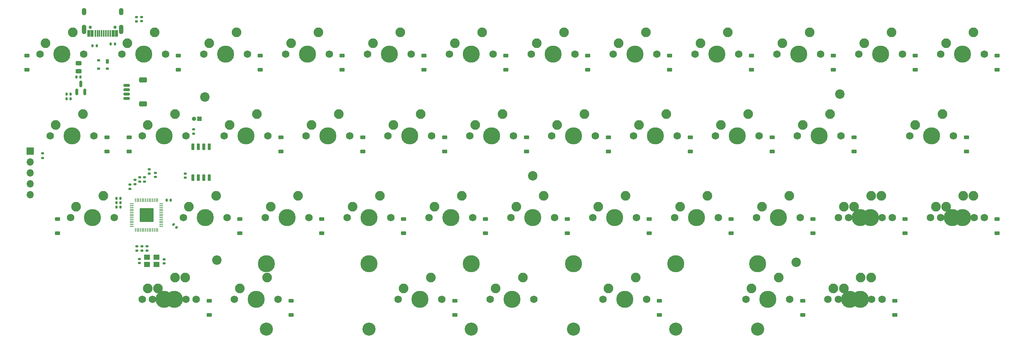
<source format=gbr>
%TF.GenerationSoftware,KiCad,Pcbnew,(7.0.0-0)*%
%TF.CreationDate,2023-04-18T09:58:13-04:00*%
%TF.ProjectId,pi0ii040,70693069-6930-4343-902e-6b696361645f,rev?*%
%TF.SameCoordinates,Original*%
%TF.FileFunction,Soldermask,Bot*%
%TF.FilePolarity,Negative*%
%FSLAX46Y46*%
G04 Gerber Fmt 4.6, Leading zero omitted, Abs format (unit mm)*
G04 Created by KiCad (PCBNEW (7.0.0-0)) date 2023-04-18 09:58:13*
%MOMM*%
%LPD*%
G01*
G04 APERTURE LIST*
G04 Aperture macros list*
%AMRoundRect*
0 Rectangle with rounded corners*
0 $1 Rounding radius*
0 $2 $3 $4 $5 $6 $7 $8 $9 X,Y pos of 4 corners*
0 Add a 4 corners polygon primitive as box body*
4,1,4,$2,$3,$4,$5,$6,$7,$8,$9,$2,$3,0*
0 Add four circle primitives for the rounded corners*
1,1,$1+$1,$2,$3*
1,1,$1+$1,$4,$5*
1,1,$1+$1,$6,$7*
1,1,$1+$1,$8,$9*
0 Add four rect primitives between the rounded corners*
20,1,$1+$1,$2,$3,$4,$5,0*
20,1,$1+$1,$4,$5,$6,$7,0*
20,1,$1+$1,$6,$7,$8,$9,0*
20,1,$1+$1,$8,$9,$2,$3,0*%
G04 Aperture macros list end*
%ADD10C,1.750000*%
%ADD11C,3.987800*%
%ADD12C,2.250000*%
%ADD13C,2.200000*%
%ADD14C,3.048000*%
%ADD15RoundRect,0.225000X0.375000X-0.225000X0.375000X0.225000X-0.375000X0.225000X-0.375000X-0.225000X0*%
%ADD16R,1.700000X1.700000*%
%ADD17O,1.700000X1.700000*%
%ADD18RoundRect,0.140000X0.170000X-0.140000X0.170000X0.140000X-0.170000X0.140000X-0.170000X-0.140000X0*%
%ADD19RoundRect,0.135000X-0.185000X0.135000X-0.185000X-0.135000X0.185000X-0.135000X0.185000X0.135000X0*%
%ADD20RoundRect,0.150000X0.150000X-0.587500X0.150000X0.587500X-0.150000X0.587500X-0.150000X-0.587500X0*%
%ADD21RoundRect,0.140000X0.140000X0.170000X-0.140000X0.170000X-0.140000X-0.170000X0.140000X-0.170000X0*%
%ADD22R,1.000000X1.000000*%
%ADD23O,1.000000X1.000000*%
%ADD24RoundRect,0.150000X-0.150000X0.650000X-0.150000X-0.650000X0.150000X-0.650000X0.150000X0.650000X0*%
%ADD25RoundRect,0.140000X-0.170000X0.140000X-0.170000X-0.140000X0.170000X-0.140000X0.170000X0.140000X0*%
%ADD26RoundRect,0.135000X0.135000X0.185000X-0.135000X0.185000X-0.135000X-0.185000X0.135000X-0.185000X0*%
%ADD27RoundRect,0.135000X-0.135000X-0.185000X0.135000X-0.185000X0.135000X0.185000X-0.135000X0.185000X0*%
%ADD28R,1.400000X1.200000*%
%ADD29RoundRect,0.135000X0.185000X-0.135000X0.185000X0.135000X-0.185000X0.135000X-0.185000X-0.135000X0*%
%ADD30RoundRect,0.050000X0.387500X0.050000X-0.387500X0.050000X-0.387500X-0.050000X0.387500X-0.050000X0*%
%ADD31RoundRect,0.050000X0.050000X0.387500X-0.050000X0.387500X-0.050000X-0.387500X0.050000X-0.387500X0*%
%ADD32RoundRect,0.144000X1.456000X1.456000X-1.456000X1.456000X-1.456000X-1.456000X1.456000X-1.456000X0*%
%ADD33R,0.700000X1.000000*%
%ADD34R,0.700000X0.600000*%
%ADD35RoundRect,0.140000X-0.219203X-0.021213X-0.021213X-0.219203X0.219203X0.021213X0.021213X0.219203X0*%
%ADD36RoundRect,0.150000X-0.625000X0.150000X-0.625000X-0.150000X0.625000X-0.150000X0.625000X0.150000X0*%
%ADD37RoundRect,0.250000X-0.650000X0.350000X-0.650000X-0.350000X0.650000X-0.350000X0.650000X0.350000X0*%
%ADD38C,0.750000*%
%ADD39RoundRect,0.050000X-0.300000X-0.725000X0.300000X-0.725000X0.300000X0.725000X-0.300000X0.725000X0*%
%ADD40RoundRect,0.050000X-0.150000X-0.725000X0.150000X-0.725000X0.150000X0.725000X-0.150000X0.725000X0*%
%ADD41O,1.100000X1.700000*%
%ADD42O,1.100000X2.200000*%
%ADD43RoundRect,0.243750X-0.456250X0.243750X-0.456250X-0.243750X0.456250X-0.243750X0.456250X0.243750X0*%
%ADD44RoundRect,0.140000X-0.140000X-0.170000X0.140000X-0.170000X0.140000X0.170000X-0.140000X0.170000X0*%
G04 APERTURE END LIST*
D10*
%TO.C,MX40*%
X216127500Y-122030625D03*
D11*
X221207500Y-122030625D03*
D10*
X226287500Y-122030625D03*
D12*
X217397500Y-119490625D03*
X223747500Y-116950625D03*
%TD*%
D13*
%TO.C,REF\u002A\u002A*%
X73961208Y-112870529D03*
%TD*%
D10*
%TO.C,MX27*%
X104208750Y-102980625D03*
D11*
X109288750Y-102980625D03*
D10*
X114368750Y-102980625D03*
D12*
X105478750Y-100440625D03*
X111828750Y-97900625D03*
%TD*%
D10*
%TO.C,MX35*%
X58965000Y-122030625D03*
D11*
X64045000Y-122030625D03*
D10*
X69125000Y-122030625D03*
D12*
X60235000Y-119490625D03*
X66585000Y-116950625D03*
%TD*%
D11*
%TO.C,MX38*%
X156913750Y-113775625D03*
D14*
X156913750Y-129015625D03*
D10*
X163740000Y-122030625D03*
D11*
X168820000Y-122030625D03*
D10*
X173900000Y-122030625D03*
D11*
X180726250Y-113775625D03*
D14*
X180726250Y-129015625D03*
D12*
X165010000Y-119490625D03*
X171360000Y-116950625D03*
%TD*%
D10*
%TO.C,MX39*%
X197077500Y-122030625D03*
D11*
X202157500Y-122030625D03*
D10*
X207237500Y-122030625D03*
D12*
X198347500Y-119490625D03*
X204697500Y-116950625D03*
%TD*%
D10*
%TO.C,MX18*%
X132783750Y-83930625D03*
D11*
X137863750Y-83930625D03*
D10*
X142943750Y-83930625D03*
D12*
X134053750Y-81390625D03*
X140403750Y-78850625D03*
%TD*%
D10*
%TO.C,MX15*%
X75633750Y-83930625D03*
D11*
X80713750Y-83930625D03*
D10*
X85793750Y-83930625D03*
D12*
X76903750Y-81390625D03*
X83253750Y-78850625D03*
%TD*%
D10*
%TO.C,MX23*%
X235177500Y-83930625D03*
D11*
X240257500Y-83930625D03*
D10*
X245337500Y-83930625D03*
D12*
X236447500Y-81390625D03*
X242797500Y-78850625D03*
%TD*%
D10*
%TO.C,MX35*%
X56583750Y-122030625D03*
D11*
X61663750Y-122030625D03*
D10*
X66743750Y-122030625D03*
D12*
X57853750Y-119490625D03*
X64203750Y-116950625D03*
%TD*%
D10*
%TO.C,MX2*%
X51821250Y-64880625D03*
D11*
X56901250Y-64880625D03*
D10*
X61981250Y-64880625D03*
D12*
X53091250Y-62340625D03*
X59441250Y-59800625D03*
%TD*%
D10*
%TO.C,MX9*%
X185171250Y-64880625D03*
D11*
X190251250Y-64880625D03*
D10*
X195331250Y-64880625D03*
D12*
X186441250Y-62340625D03*
X192791250Y-59800625D03*
%TD*%
D10*
%TO.C,MX33*%
X220890000Y-102980625D03*
D11*
X225970000Y-102980625D03*
D10*
X231050000Y-102980625D03*
D12*
X222160000Y-100440625D03*
X228510000Y-97900625D03*
%TD*%
D10*
%TO.C,MX19*%
X151833750Y-83930625D03*
D11*
X156913750Y-83930625D03*
D10*
X161993750Y-83930625D03*
D12*
X153103750Y-81390625D03*
X159453750Y-78850625D03*
%TD*%
D10*
%TO.C,MX29*%
X142308750Y-102980625D03*
D11*
X147388750Y-102980625D03*
D10*
X152468750Y-102980625D03*
D12*
X143578750Y-100440625D03*
X149928750Y-97900625D03*
%TD*%
D10*
%TO.C,MX7*%
X147071250Y-64880625D03*
D11*
X152151250Y-64880625D03*
D10*
X157231250Y-64880625D03*
D12*
X148341250Y-62340625D03*
X154691250Y-59800625D03*
%TD*%
D13*
%TO.C,REF\u002A\u002A*%
X147461208Y-93270529D03*
%TD*%
D10*
%TO.C,MX36*%
X78015000Y-122030625D03*
D11*
X83095000Y-122030625D03*
D10*
X88175000Y-122030625D03*
D12*
X79285000Y-119490625D03*
X85635000Y-116950625D03*
%TD*%
D13*
%TO.C,REF\u002A\u002A*%
X208761208Y-113370529D03*
%TD*%
D10*
%TO.C,MX12*%
X242321250Y-64880625D03*
D11*
X247401250Y-64880625D03*
D10*
X252481250Y-64880625D03*
D12*
X243591250Y-62340625D03*
X249941250Y-59800625D03*
%TD*%
D10*
%TO.C,MX16*%
X94683750Y-83930625D03*
D11*
X99763750Y-83930625D03*
D10*
X104843750Y-83930625D03*
D12*
X95953750Y-81390625D03*
X102303750Y-78850625D03*
%TD*%
D10*
%TO.C,MX34*%
X239940000Y-102980625D03*
D11*
X245020000Y-102980625D03*
D10*
X250100000Y-102980625D03*
D12*
X241210000Y-100440625D03*
X247560000Y-97900625D03*
%TD*%
D10*
%TO.C,MX21*%
X189933750Y-83930625D03*
D11*
X195013750Y-83930625D03*
D10*
X200093750Y-83930625D03*
D12*
X191203750Y-81390625D03*
X197553750Y-78850625D03*
%TD*%
D10*
%TO.C,MX4*%
X89921250Y-64880625D03*
D11*
X95001250Y-64880625D03*
D10*
X100081250Y-64880625D03*
D12*
X91191250Y-62340625D03*
X97541250Y-59800625D03*
%TD*%
D10*
%TO.C,MX34*%
X242321250Y-102980625D03*
D11*
X247401250Y-102980625D03*
D10*
X252481250Y-102980625D03*
D12*
X243591250Y-100440625D03*
X249941250Y-97900625D03*
%TD*%
D10*
%TO.C,MX17*%
X113733750Y-83930625D03*
D11*
X118813750Y-83930625D03*
D10*
X123893750Y-83930625D03*
D12*
X115003750Y-81390625D03*
X121353750Y-78850625D03*
%TD*%
D10*
%TO.C,MX13*%
X35152500Y-83930625D03*
D11*
X40232500Y-83930625D03*
D10*
X45312500Y-83930625D03*
D12*
X36422500Y-81390625D03*
X42772500Y-78850625D03*
%TD*%
D10*
%TO.C,MX20*%
X170883750Y-83930625D03*
D11*
X175963750Y-83930625D03*
D10*
X181043750Y-83930625D03*
D12*
X172153750Y-81390625D03*
X178503750Y-78850625D03*
%TD*%
D10*
%TO.C,MX28*%
X123258750Y-102980625D03*
D11*
X128338750Y-102980625D03*
D10*
X133418750Y-102980625D03*
D12*
X124528750Y-100440625D03*
X130878750Y-97900625D03*
%TD*%
D10*
%TO.C,MX25*%
X66108750Y-102980625D03*
D11*
X71188750Y-102980625D03*
D10*
X76268750Y-102980625D03*
D12*
X67378750Y-100440625D03*
X73728750Y-97900625D03*
%TD*%
D11*
%TO.C,MX37*%
X85476250Y-113775625D03*
D14*
X85476250Y-129015625D03*
D10*
X137546250Y-122030625D03*
D11*
X142626250Y-122030625D03*
D10*
X147706250Y-122030625D03*
D11*
X199776250Y-113775625D03*
D14*
X199776250Y-129015625D03*
D12*
X138816250Y-119490625D03*
X145166250Y-116950625D03*
%TD*%
D10*
%TO.C,MX6*%
X128021250Y-64880625D03*
D11*
X133101250Y-64880625D03*
D10*
X138181250Y-64880625D03*
D12*
X129291250Y-62340625D03*
X135641250Y-59800625D03*
%TD*%
D10*
%TO.C,MX30*%
X161358750Y-102980625D03*
D11*
X166438750Y-102980625D03*
D10*
X171518750Y-102980625D03*
D12*
X162628750Y-100440625D03*
X168978750Y-97900625D03*
%TD*%
D10*
%TO.C,MX40*%
X218508750Y-122030625D03*
D11*
X223588750Y-122030625D03*
D10*
X228668750Y-122030625D03*
D12*
X219778750Y-119490625D03*
X226128750Y-116950625D03*
%TD*%
D10*
%TO.C,MX3*%
X70871250Y-64880625D03*
D11*
X75951250Y-64880625D03*
D10*
X81031250Y-64880625D03*
D12*
X72141250Y-62340625D03*
X78491250Y-59800625D03*
%TD*%
D13*
%TO.C,REF\u002A\u002A*%
X218861208Y-74170529D03*
%TD*%
D10*
%TO.C,MX10*%
X204221250Y-64880625D03*
D11*
X209301250Y-64880625D03*
D10*
X214381250Y-64880625D03*
D12*
X205491250Y-62340625D03*
X211841250Y-59800625D03*
%TD*%
D10*
%TO.C,MX24*%
X39915000Y-102980625D03*
D11*
X44995000Y-102980625D03*
D10*
X50075000Y-102980625D03*
D12*
X41185000Y-100440625D03*
X47535000Y-97900625D03*
%TD*%
D10*
%TO.C,MX32*%
X199458750Y-102980625D03*
D11*
X204538750Y-102980625D03*
D10*
X209618750Y-102980625D03*
D12*
X200728750Y-100440625D03*
X207078750Y-97900625D03*
%TD*%
D10*
%TO.C,MX1*%
X32771250Y-64880625D03*
D11*
X37851250Y-64880625D03*
D10*
X42931250Y-64880625D03*
D12*
X34041250Y-62340625D03*
X40391250Y-59800625D03*
%TD*%
D10*
%TO.C,MX8*%
X166121250Y-64880625D03*
D11*
X171201250Y-64880625D03*
D10*
X176281250Y-64880625D03*
D12*
X167391250Y-62340625D03*
X173741250Y-59800625D03*
%TD*%
D10*
%TO.C,MX33*%
X218508750Y-102980625D03*
D11*
X223588750Y-102980625D03*
D10*
X228668750Y-102980625D03*
D12*
X219778750Y-100440625D03*
X226128750Y-97900625D03*
%TD*%
D10*
%TO.C,MX26*%
X85158750Y-102980625D03*
D11*
X90238750Y-102980625D03*
D10*
X95318750Y-102980625D03*
D12*
X86428750Y-100440625D03*
X92778750Y-97900625D03*
%TD*%
D10*
%TO.C,MX22*%
X208983750Y-83930625D03*
D11*
X214063750Y-83930625D03*
D10*
X219143750Y-83930625D03*
D12*
X210253750Y-81390625D03*
X216603750Y-78850625D03*
%TD*%
D11*
%TO.C,MX37*%
X109288750Y-113775625D03*
D14*
X109288750Y-129015625D03*
D10*
X116115000Y-122030625D03*
D11*
X121195000Y-122030625D03*
D10*
X126275000Y-122030625D03*
D11*
X133101250Y-113775625D03*
D14*
X133101250Y-129015625D03*
D12*
X117385000Y-119490625D03*
X123735000Y-116950625D03*
%TD*%
D10*
%TO.C,MX31*%
X180408750Y-102980625D03*
D11*
X185488750Y-102980625D03*
D10*
X190568750Y-102980625D03*
D12*
X181678750Y-100440625D03*
X188028750Y-97900625D03*
%TD*%
D10*
%TO.C,MX14*%
X56583750Y-83930625D03*
D11*
X61663750Y-83930625D03*
D10*
X66743750Y-83930625D03*
D12*
X57853750Y-81390625D03*
X64203750Y-78850625D03*
%TD*%
D10*
%TO.C,MX11*%
X223271250Y-64880625D03*
D11*
X228351250Y-64880625D03*
D10*
X233431250Y-64880625D03*
D12*
X224541250Y-62340625D03*
X230891250Y-59800625D03*
%TD*%
D10*
%TO.C,MX5*%
X108971250Y-64880625D03*
D11*
X114051250Y-64880625D03*
D10*
X119131250Y-64880625D03*
D12*
X110241250Y-62340625D03*
X116591250Y-59800625D03*
%TD*%
D13*
%TO.C,REF\u002A\u002A*%
X71161208Y-74870529D03*
%TD*%
D15*
%TO.C,D30*%
X174538750Y-106630625D03*
X174538750Y-103330625D03*
%TD*%
D16*
%TO.C,J2*%
X30499999Y-87524999D03*
D17*
X30499999Y-90064999D03*
X30499999Y-92604999D03*
X30499999Y-95144999D03*
X30499999Y-97684999D03*
%TD*%
D15*
%TO.C,D8*%
X179301250Y-68530625D03*
X179301250Y-65230625D03*
%TD*%
%TO.C,D37*%
X129295000Y-125680625D03*
X129295000Y-122380625D03*
%TD*%
D18*
%TO.C,C_3V-Decoup2*%
X53700000Y-96280000D03*
X53700000Y-95320000D03*
%TD*%
D15*
%TO.C,D14*%
X53563750Y-87580625D03*
X53563750Y-84280625D03*
%TD*%
%TO.C,D40*%
X231688750Y-125680625D03*
X231688750Y-122380625D03*
%TD*%
D19*
%TO.C,R_Shield1*%
X55250000Y-56220000D03*
X55250000Y-57240000D03*
%TD*%
D15*
%TO.C,D28*%
X136438750Y-106630625D03*
X136438750Y-103330625D03*
%TD*%
D20*
%TO.C,U4*%
X43220000Y-73725000D03*
X41320000Y-73725000D03*
X42270000Y-71850000D03*
%TD*%
D15*
%TO.C,D24*%
X36895000Y-106630625D03*
X36895000Y-103330625D03*
%TD*%
D18*
%TO.C,C_Crystal2*%
X55900000Y-113600000D03*
X55900000Y-112640000D03*
%TD*%
D21*
%TO.C,C_3V-Decoup5*%
X51500000Y-99500000D03*
X50540000Y-99500000D03*
%TD*%
D18*
%TO.C,C_1V-Decoup2*%
X59600000Y-93500000D03*
X59600000Y-92540000D03*
%TD*%
D15*
%TO.C,D29*%
X155488750Y-106630625D03*
X155488750Y-103330625D03*
%TD*%
%TO.C,D3*%
X84051250Y-68530625D03*
X84051250Y-65230625D03*
%TD*%
%TO.C,D4*%
X103101250Y-68530625D03*
X103101250Y-65230625D03*
%TD*%
%TO.C,D35*%
X72145000Y-125680625D03*
X72145000Y-122380625D03*
%TD*%
%TO.C,D20*%
X184063750Y-87580625D03*
X184063750Y-84280625D03*
%TD*%
%TO.C,D31*%
X193588750Y-106630625D03*
X193588750Y-103330625D03*
%TD*%
D22*
%TO.C,Reset*%
X69849999Y-79949999D03*
D23*
X68579999Y-79949999D03*
%TD*%
D24*
%TO.C,U2*%
X68390000Y-86500000D03*
X69660000Y-86500000D03*
X70930000Y-86500000D03*
X72200000Y-86500000D03*
X72200000Y-93700000D03*
X70930000Y-93700000D03*
X69660000Y-93700000D03*
X68390000Y-93700000D03*
%TD*%
D25*
%TO.C,C_3V-Decoup8*%
X56500000Y-109700000D03*
X56500000Y-110660000D03*
%TD*%
%TO.C,C_Crystal1*%
X61700000Y-112720000D03*
X61700000Y-113680000D03*
%TD*%
D26*
%TO.C,R_USB1*%
X46010000Y-62900000D03*
X44990000Y-62900000D03*
%TD*%
D15*
%TO.C,D19*%
X165013750Y-87580625D03*
X165013750Y-84280625D03*
%TD*%
D27*
%TO.C,R_USB2*%
X49190000Y-62500000D03*
X50210000Y-62500000D03*
%TD*%
D15*
%TO.C,D39*%
X210257500Y-125680625D03*
X210257500Y-122380625D03*
%TD*%
%TO.C,D17*%
X126913750Y-87580625D03*
X126913750Y-84280625D03*
%TD*%
%TO.C,D10*%
X217401250Y-68530625D03*
X217401250Y-65230625D03*
%TD*%
D28*
%TO.C,Y1*%
X57699999Y-112199999D03*
X59899999Y-112199999D03*
X59899999Y-113899999D03*
X57699999Y-113899999D03*
%TD*%
D15*
%TO.C,D2*%
X65001250Y-68530625D03*
X65001250Y-65230625D03*
%TD*%
D29*
%TO.C,R_RST1*%
X33350000Y-89060000D03*
X33350000Y-88040000D03*
%TD*%
D15*
%TO.C,D36*%
X91195000Y-125680625D03*
X91195000Y-122380625D03*
%TD*%
D21*
%TO.C,C_3V-Decoup1*%
X39930000Y-75270000D03*
X38970000Y-75270000D03*
%TD*%
D30*
%TO.C,U1*%
X61000000Y-99800000D03*
X61000000Y-100200000D03*
X61000000Y-100600000D03*
X61000000Y-101000000D03*
X61000000Y-101400000D03*
X61000000Y-101800000D03*
X61000000Y-102200000D03*
X61000000Y-102600000D03*
X61000000Y-103000000D03*
X61000000Y-103400000D03*
X61000000Y-103800000D03*
X61000000Y-104200000D03*
X61000000Y-104600000D03*
X61000000Y-105000000D03*
D31*
X60162500Y-105837500D03*
X59762500Y-105837500D03*
X59362500Y-105837500D03*
X58962500Y-105837500D03*
X58562500Y-105837500D03*
X58162500Y-105837500D03*
X57762500Y-105837500D03*
X57362500Y-105837500D03*
X56962500Y-105837500D03*
X56562500Y-105837500D03*
X56162500Y-105837500D03*
X55762500Y-105837500D03*
X55362500Y-105837500D03*
X54962500Y-105837500D03*
D30*
X54125000Y-105000000D03*
X54125000Y-104600000D03*
X54125000Y-104200000D03*
X54125000Y-103800000D03*
X54125000Y-103400000D03*
X54125000Y-103000000D03*
X54125000Y-102600000D03*
X54125000Y-102200000D03*
X54125000Y-101800000D03*
X54125000Y-101400000D03*
X54125000Y-101000000D03*
X54125000Y-100600000D03*
X54125000Y-100200000D03*
X54125000Y-99800000D03*
D31*
X54962500Y-98962500D03*
X55362500Y-98962500D03*
X55762500Y-98962500D03*
X56162500Y-98962500D03*
X56562500Y-98962500D03*
X56962500Y-98962500D03*
X57362500Y-98962500D03*
X57762500Y-98962500D03*
X58162500Y-98962500D03*
X58562500Y-98962500D03*
X58962500Y-98962500D03*
X59362500Y-98962500D03*
X59762500Y-98962500D03*
X60162500Y-98962500D03*
D32*
X57562500Y-102400000D03*
%TD*%
D33*
%TO.C,U3*%
X48449999Y-66549999D03*
D34*
X48449999Y-68249999D03*
X46449999Y-68249999D03*
X46449999Y-66349999D03*
%TD*%
D29*
%TO.C,R_Crystal1*%
X57700000Y-110700000D03*
X57700000Y-109680000D03*
%TD*%
D25*
%TO.C,C_1V-Decoup3*%
X55300000Y-109700000D03*
X55300000Y-110660000D03*
%TD*%
D19*
%TO.C,R_DATA1*%
X57100000Y-93580000D03*
X57100000Y-94600000D03*
%TD*%
D21*
%TO.C,C_3V-Decoup7*%
X51500000Y-98500000D03*
X50540000Y-98500000D03*
%TD*%
D15*
%TO.C,D1*%
X29751250Y-68530625D03*
X29751250Y-65230625D03*
%TD*%
%TO.C,D13*%
X48332500Y-87580625D03*
X48332500Y-84280625D03*
%TD*%
D18*
%TO.C,C_Shield1*%
X56400000Y-57200000D03*
X56400000Y-56240000D03*
%TD*%
D15*
%TO.C,D5*%
X122151250Y-68530625D03*
X122151250Y-65230625D03*
%TD*%
%TO.C,D18*%
X145963750Y-87580625D03*
X145963750Y-84280625D03*
%TD*%
%TO.C,D22*%
X222163750Y-87580625D03*
X222163750Y-84280625D03*
%TD*%
%TO.C,D12*%
X255501250Y-68530625D03*
X255501250Y-65230625D03*
%TD*%
D35*
%TO.C,C_3V-Decoup9*%
X63860589Y-104560589D03*
X64539411Y-105239411D03*
%TD*%
D15*
%TO.C,D7*%
X160251250Y-68530625D03*
X160251250Y-65230625D03*
%TD*%
D36*
%TO.C,J1*%
X52900000Y-72200000D03*
X52900000Y-73200000D03*
X52900000Y-74200000D03*
X52900000Y-75200000D03*
D37*
X56775000Y-70900000D03*
X56775000Y-76500000D03*
%TD*%
D15*
%TO.C,D34*%
X255501250Y-106630625D03*
X255501250Y-103330625D03*
%TD*%
D18*
%TO.C,C_1V-Decoup1*%
X54900000Y-95180000D03*
X54900000Y-94220000D03*
%TD*%
D19*
%TO.C,R_Flash1*%
X68500000Y-82450000D03*
X68500000Y-83470000D03*
%TD*%
D15*
%TO.C,D9*%
X198351250Y-68530625D03*
X198351250Y-65230625D03*
%TD*%
D21*
%TO.C,C_3V-Decoup4*%
X51500000Y-100500000D03*
X50540000Y-100500000D03*
%TD*%
D15*
%TO.C,D6*%
X141201250Y-68530625D03*
X141201250Y-65230625D03*
%TD*%
%TO.C,D11*%
X236451250Y-68530625D03*
X236451250Y-65230625D03*
%TD*%
D18*
%TO.C,C_Flash1*%
X66600000Y-93700000D03*
X66600000Y-92740000D03*
%TD*%
D15*
%TO.C,D25*%
X79288750Y-106630625D03*
X79288750Y-103330625D03*
%TD*%
D38*
%TO.C,USB1*%
X44486250Y-58633725D03*
X50266250Y-58633725D03*
D39*
X44151250Y-60078725D03*
X44926250Y-60078725D03*
D40*
X45626250Y-60078725D03*
X46126250Y-60078725D03*
X46626250Y-60078725D03*
X47126250Y-60078725D03*
X47626250Y-60078725D03*
X48126250Y-60078725D03*
X48626250Y-60078725D03*
X49126250Y-60078725D03*
D39*
X49826250Y-60078725D03*
X50601250Y-60078725D03*
D41*
X43056249Y-54983724D03*
D42*
X43056249Y-59163724D03*
D41*
X51696249Y-54983724D03*
D42*
X51696249Y-59163724D03*
%TD*%
D15*
%TO.C,D16*%
X107863750Y-87580625D03*
X107863750Y-84280625D03*
%TD*%
%TO.C,D15*%
X88813750Y-87580625D03*
X88813750Y-84280625D03*
%TD*%
D18*
%TO.C,C_3V-Decoup3*%
X58200000Y-92700000D03*
X58200000Y-91740000D03*
%TD*%
D15*
%TO.C,D23*%
X248357500Y-87580625D03*
X248357500Y-84280625D03*
%TD*%
%TO.C,D33*%
X234070000Y-106630625D03*
X234070000Y-103330625D03*
%TD*%
D21*
%TO.C,C_LDO1*%
X42200000Y-70200000D03*
X41240000Y-70200000D03*
%TD*%
%TO.C,C_LDO2*%
X39900000Y-74170000D03*
X38940000Y-74170000D03*
%TD*%
D43*
%TO.C,F1*%
X41750000Y-67012500D03*
X41750000Y-68887500D03*
%TD*%
D15*
%TO.C,D26*%
X98338750Y-106630625D03*
X98338750Y-103330625D03*
%TD*%
%TO.C,D27*%
X117388750Y-106630625D03*
X117388750Y-103330625D03*
%TD*%
D19*
%TO.C,R_DATA2*%
X56000000Y-93580000D03*
X56000000Y-94600000D03*
%TD*%
D15*
%TO.C,D21*%
X203113750Y-87580625D03*
X203113750Y-84280625D03*
%TD*%
%TO.C,D32*%
X212638750Y-106630625D03*
X212638750Y-103330625D03*
%TD*%
%TO.C,D38*%
X176920000Y-125680625D03*
X176920000Y-122380625D03*
%TD*%
D44*
%TO.C,C_3V-Decoup6*%
X62220000Y-98900000D03*
X63180000Y-98900000D03*
%TD*%
M02*

</source>
